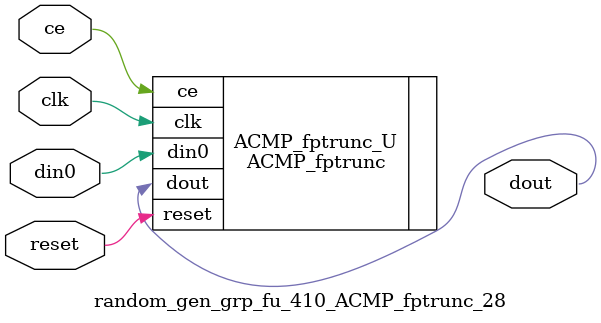
<source format=v>

`timescale 1 ns / 1 ps
module random_gen_grp_fu_410_ACMP_fptrunc_28(
    clk,
    reset,
    ce,
    din0,
    dout);

parameter ID = 32'd1;
parameter NUM_STAGE = 32'd1;
parameter din0_WIDTH = 32'd1;
parameter dout_WIDTH = 32'd1;
input clk;
input reset;
input ce;
input[din0_WIDTH - 1:0] din0;
output[dout_WIDTH - 1:0] dout;



ACMP_fptrunc #(
.ID( ID ),
.NUM_STAGE( 2 ),
.din0_WIDTH( din0_WIDTH ),
.dout_WIDTH( dout_WIDTH ))
ACMP_fptrunc_U(
    .clk( clk ),
    .reset( reset ),
    .ce( ce ),
    .din0( din0 ),
    .dout( dout ));

endmodule

</source>
